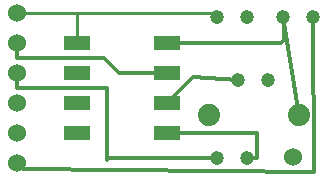
<source format=gbl>
G04 ---------------------------- Layer name :BOTTOM LAYER*
G04 easyEDA 0.1*
G04 Scale: 100 percent, Rotated: No, Reflected: No *
G04 Dimensions in inches *
G04 leading zeros omitted , absolute positions ,2 integer and 4 * 
%FSLAX24Y24*%
%MOIN*%
G90*
G70D02*

%ADD10C,0.010000*%
%ADD11C,0.012000*%
%ADD12R,0.085900X0.047700*%
%ADD13C,0.047000*%
%ADD15C,0.074000*%
%ADD17C,0.060000*%

%LPD*%
G54D10*
G01X500Y5500D02*
G01X7100Y5500D01*
G01X7189Y5369D01*
G01X2500Y5500D02*
G01X2500Y4500D01*
G54D11*
G01X5500Y1500D02*
G01X8500Y1500D01*
G01X8500Y680D01*
G01X8189Y669D01*
G01X7189Y669D02*
G01X3569Y669D01*
G01X3500Y600D01*
G01X3500Y3000D01*
G01X500Y3000D01*
G01X500Y3500D01*
G01X5500Y3500D02*
G01X4000Y3500D01*
G01X3900Y3500D01*
G01X3400Y4000D01*
G01X500Y4000D01*
G01X500Y4500D01*
G01X5500Y4500D02*
G01X9300Y4500D01*
G01X9400Y4600D01*
G01X9400Y5359D01*
G01X9389Y5369D01*
G01X9389Y5369D02*
G01X9900Y2100D01*
G01X7889Y3269D02*
G01X6369Y3369D01*
G01X5500Y2500D01*
G01X10389Y5369D02*
G01X10400Y200D01*
G01X700Y300D01*
G01X500Y500D01*
G54D12*
G01X2500Y4500D03*
G01X2500Y3500D03*
G01X5500Y3500D03*
G01X5500Y4500D03*
G01X2500Y2500D03*
G01X2500Y1500D03*
G01X5500Y2500D03*
G01X5500Y1500D03*
G54D13*
G01X9389Y5369D03*
G01X10389Y5369D03*
G54D15*
G01X9900Y2100D03*
G01X6900Y2100D03*
G54D13*
G01X7889Y3269D03*
G01X8889Y3269D03*
G01X7189Y669D03*
G01X8189Y669D03*
G01X7189Y5369D03*
G01X8189Y5369D03*
G54D17*
G01X500Y500D03*
G01X500Y5500D03*
G01X500Y3500D03*
G01X500Y2500D03*
G01X500Y1500D03*
G01X500Y4500D03*
G01X9700Y700D03*
G54D12*
G01X2500Y4500D03*
G01X2500Y3500D03*
G01X5500Y3500D03*
G01X5500Y4500D03*
G01X2500Y2500D03*
G01X2500Y1500D03*
G01X5500Y2500D03*
G01X5500Y1500D03*
G54D13*
G01X9389Y5369D03*
G01X10389Y5369D03*
G54D15*
G01X9900Y2100D03*
G01X6900Y2100D03*
G54D13*
G01X7889Y3269D03*
G01X8889Y3269D03*
G01X7189Y669D03*
G01X8189Y669D03*
G01X7189Y5369D03*
G01X8189Y5369D03*
G54D17*
G01X500Y500D03*
G01X500Y5500D03*
G01X500Y3500D03*
G01X500Y2500D03*
G01X500Y1500D03*
G01X500Y4500D03*
G01X9700Y700D03*

M00*
M02*
</source>
